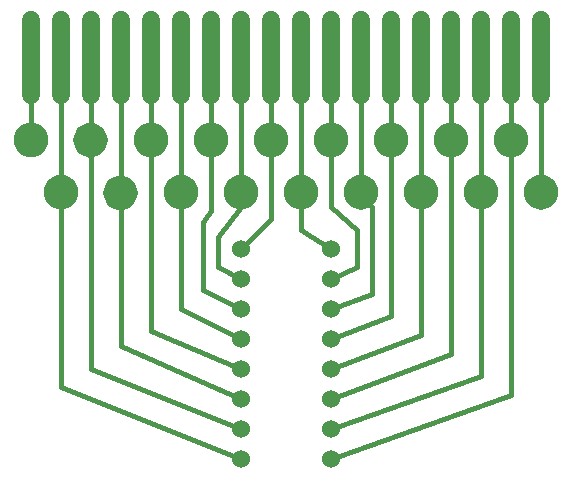
<source format=gbl>
%FSTAX24Y24*%
%MOIN*%
%IN card16drill..gbl *%
%ADD10C,0.0150*%
%ADD11C,0.0400*%
%ADD12C,0.0600*%
D12*X011535Y005662D03*X008535Y011662D03*Y010662D03*Y009662D03*
Y008662D03*Y007662D03*Y006662D03*Y005662D03*X011535Y006662D03*
Y007662D03*Y008662D03*Y009662D03*Y010662D03*Y011662D03*Y012662D03*
X008535D03*X018535Y014537D03*X016535D03*X014535D03*X012535D03*
X010535D03*X008535D03*X006535D03*X004535D03*X002535D03*
X003535Y016287D03*X005535D03*X007535D03*X009535D03*X011535D03*
X013535D03*X015535D03*X017535D03*X001535D03*D10*X011535Y005662D02*
G01X017535Y007787D01*Y017787D01*D12*Y020287D01*D10*X011535Y012662D02*
X010535Y013287D01*Y017787D01*D12*Y020287D01*D10*X011535Y006662D02*
X016535Y008412D01*Y017787D01*D12*Y020287D01*D10*X011535Y007662D02*
X015535Y009162D01*Y017787D01*D12*Y020287D01*D10*X008535Y009662D02*
X006535Y010662D01*Y017787D01*D12*Y020287D01*X001535D02*Y017787D01*D10*
Y016287D01*X008535Y005662D02*X002535Y008037D01*Y017787D01*D12*
Y020287D01*D10*X011535Y011662D02*X01241Y012037D01*Y013287D01*
X011535Y014037D01*Y017787D01*D12*Y020287D01*X012535D02*Y017787D01*D10*
Y014537D01*X01291Y014037D01*Y011162D01*X011535Y010662D01*
X008535Y012662D02*X009535Y013662D01*Y017787D01*D12*Y020287D01*
X018535D02*Y017787D01*D10*Y014537D01*X008535Y011662D02*
X007785Y012037D01*Y013037D01*X008535Y014037D01*Y017787D01*D12*
Y020287D01*D10*Y010662D02*X007285Y011287D01*Y013537D01*
X007535Y013912D01*Y017787D01*D12*Y020287D01*D10*X011535Y008662D02*
X014535Y009787D01*Y017787D01*D12*Y020287D01*D10*X011535Y009662D02*
X013535Y010412D01*Y017787D01*D12*Y020287D01*D10*X008535Y006662D02*
X003535Y008662D01*Y017787D01*D12*Y020287D01*D10*X008535Y007662D02*
X004535Y009412D01*Y017787D01*D12*Y020287D01*D10*X008535Y008662D02*
X005535Y009912D01*Y017787D01*D12*Y020287D01*D11*X01816Y014537D02*
X018173Y014634D01*X01821Y014725D01*X01827Y014803D01*X018348Y014862D01*
X018438Y0149D01*X018535Y014912D01*X018632Y0149D01*X018723Y014862D01*
X0188Y014803D01*X01886Y014725D01*X018897Y014634D01*X01891Y014537D01*
X018897Y01444D01*X01886Y01435D01*X0188Y014272D01*X018723Y014213D01*
X018632Y014175D01*X018535Y014162D01*X018438Y014175D01*
X018348Y014213D01*X01827Y014272D01*X01821Y01435D01*X018173Y01444D01*
X01816Y014537D01*X01716Y016287D02*X017173Y016384D01*X01721Y016475D01*
X01727Y016553D01*X017348Y016612D01*X017438Y01665D01*X017535Y016662D01*
X017632Y01665D01*X017723Y016612D01*X0178Y016553D01*X01786Y016475D01*
X017897Y016384D01*X01791Y016287D01*X017897Y01619D01*X01786Y0161D01*
X0178Y016022D01*X017723Y015963D01*X017632Y015925D01*X017535Y015912D01*
X017438Y015925D01*X017348Y015963D01*X01727Y016022D01*X01721Y0161D01*
X017173Y01619D01*X01716Y016287D01*X00216Y014537D02*X002173Y014634D01*
X00221Y014725D01*X00227Y014803D01*X002348Y014862D01*X002438Y0149D01*
X002535Y014912D01*X002632Y0149D01*X002723Y014862D01*X0028Y014803D01*
X00286Y014725D01*X002897Y014634D01*X00291Y014537D01*X002897Y01444D01*
X00286Y01435D01*X0028Y014272D01*X002723Y014213D01*X002632Y014175D01*
X002535Y014162D01*X002438Y014175D01*X002348Y014213D01*X00227Y014272D01*
X00221Y01435D01*X002173Y01444D01*X00216Y014537D01*X00116Y016287D02*
X001173Y016384D01*X00121Y016475D01*X00127Y016553D01*X001348Y016612D01*
X001438Y01665D01*X001535Y016662D01*X001632Y01665D01*X001723Y016612D01*
X0018Y016553D01*X00186Y016475D01*X001897Y016384D01*X00191Y016287D01*
X001897Y01619D01*X00186Y0161D01*X0018Y016022D01*X001723Y015963D01*
X001632Y015925D01*X001535Y015912D01*X001438Y015925D01*
X001348Y015963D01*X00127Y016022D01*X00121Y0161D01*X001173Y01619D01*
X00116Y016287D01*X004145Y014522D02*X004158Y014619D01*X004195Y01471D01*
X004255Y014787D01*X004332Y014847D01*X004423Y014884D01*X00452Y014897D01*
X004617Y014884D01*X004707Y014847D01*X004785Y014787D01*X004845Y01471D01*
X004882Y014619D01*X004895Y014522D01*X004882Y014425D01*
X004845Y014335D01*X004785Y014257D01*X004707Y014197D01*X004617Y01416D01*
X00452Y014147D01*X004423Y01416D01*X004332Y014197D01*X004255Y014257D01*
X004195Y014335D01*X004158Y014425D01*X004145Y014522D01*
X003145Y016272D02*X003158Y016369D01*X003195Y01646D01*X003255Y016537D01*
X003332Y016597D01*X003423Y016634D01*X00352Y016647D01*X003617Y016634D01*
X003707Y016597D01*X003785Y016537D01*X003845Y01646D01*X003882Y016369D01*
X003895Y016272D01*X003882Y016175D01*X003845Y016085D01*
X003785Y016007D01*X003707Y015947D01*X003617Y01591D01*X00352Y015897D01*
X003423Y01591D01*X003332Y015947D01*X003255Y016007D01*X003195Y016085D01*
X003158Y016175D01*X003145Y016272D01*X00616Y014537D02*X006173Y014634D01*
X00621Y014725D01*X00627Y014803D01*X006348Y014862D01*X006438Y0149D01*
X006535Y014912D01*X006632Y0149D01*X006723Y014862D01*X0068Y014803D01*
X00686Y014725D01*X006897Y014634D01*X00691Y014537D01*X006897Y01444D01*
X00686Y01435D01*X0068Y014272D01*X006723Y014213D01*X006632Y014175D01*
X006535Y014162D01*X006438Y014175D01*X006348Y014213D01*X00627Y014272D01*
X00621Y01435D01*X006173Y01444D01*X00616Y014537D01*X00516Y016287D02*
X005173Y016384D01*X00521Y016475D01*X00527Y016553D01*X005348Y016612D01*
X005438Y01665D01*X005535Y016662D01*X005632Y01665D01*X005723Y016612D01*
X0058Y016553D01*X00586Y016475D01*X005897Y016384D01*X00591Y016287D01*
X005897Y01619D01*X00586Y0161D01*X0058Y016022D01*X005723Y015963D01*
X005632Y015925D01*X005535Y015912D01*X005438Y015925D01*
X005348Y015963D01*X00527Y016022D01*X00521Y0161D01*X005173Y01619D01*
X00516Y016287D01*X00816Y014537D02*X008173Y014634D01*X00821Y014725D01*
X00827Y014803D01*X008348Y014862D01*X008438Y0149D01*X008535Y014912D01*
X008632Y0149D01*X008723Y014862D01*X0088Y014803D01*X00886Y014725D01*
X008897Y014634D01*X00891Y014537D01*X008897Y01444D01*X00886Y01435D01*
X0088Y014272D01*X008723Y014213D01*X008632Y014175D01*X008535Y014162D01*
X008438Y014175D01*X008348Y014213D01*X00827Y014272D01*X00821Y01435D01*
X008173Y01444D01*X00816Y014537D01*X00716Y016287D02*X007173Y016384D01*
X00721Y016475D01*X00727Y016553D01*X007348Y016612D01*X007438Y01665D01*
X007535Y016662D01*X007632Y01665D01*X007723Y016612D01*X0078Y016553D01*
X00786Y016475D01*X007897Y016384D01*X00791Y016287D01*X007897Y01619D01*
X00786Y0161D01*X0078Y016022D01*X007723Y015963D01*X007632Y015925D01*
X007535Y015912D01*X007438Y015925D01*X007348Y015963D01*X00727Y016022D01*
X00721Y0161D01*X007173Y01619D01*X00716Y016287D01*X01016Y014537D02*
X010173Y014634D01*X01021Y014725D01*X01027Y014803D01*X010348Y014862D01*
X010438Y0149D01*X010535Y014912D01*X010632Y0149D01*X010723Y014862D01*
X0108Y014803D01*X01086Y014725D01*X010897Y014634D01*X01091Y014537D01*
X010897Y01444D01*X01086Y01435D01*X0108Y014272D01*X010723Y014213D01*
X010632Y014175D01*X010535Y014162D01*X010438Y014175D01*
X010348Y014213D01*X01027Y014272D01*X01021Y01435D01*X010173Y01444D01*
X01016Y014537D01*X00916Y016287D02*X009173Y016384D01*X00921Y016475D01*
X00927Y016553D01*X009348Y016612D01*X009438Y01665D01*X009535Y016662D01*
X009632Y01665D01*X009723Y016612D01*X0098Y016553D01*X00986Y016475D01*
X009897Y016384D01*X00991Y016287D01*X009897Y01619D01*X00986Y0161D01*
X0098Y016022D01*X009723Y015963D01*X009632Y015925D01*X009535Y015912D01*
X009438Y015925D01*X009348Y015963D01*X00927Y016022D01*X00921Y0161D01*
X009173Y01619D01*X00916Y016287D01*X01216Y014537D02*X012173Y014634D01*
X01221Y014725D01*X01227Y014803D01*X012348Y014862D01*X012438Y0149D01*
X012535Y014912D01*X012632Y0149D01*X012723Y014862D01*X0128Y014803D01*
X01286Y014725D01*X012897Y014634D01*X01291Y014537D01*X012897Y01444D01*
X01286Y01435D01*X0128Y014272D01*X012723Y014213D01*X012632Y014175D01*
X012535Y014162D01*X012438Y014175D01*X012348Y014213D01*X01227Y014272D01*
X01221Y01435D01*X012173Y01444D01*X01216Y014537D01*X01116Y016287D02*
X011173Y016384D01*X01121Y016475D01*X01127Y016553D01*X011348Y016612D01*
X011438Y01665D01*X011535Y016662D01*X011632Y01665D01*X011723Y016612D01*
X0118Y016553D01*X01186Y016475D01*X011897Y016384D01*X01191Y016287D01*
X011897Y01619D01*X01186Y0161D01*X0118Y016022D01*X011723Y015963D01*
X011632Y015925D01*X011535Y015912D01*X011438Y015925D01*
X011348Y015963D01*X01127Y016022D01*X01121Y0161D01*X011173Y01619D01*
X01116Y016287D01*X01416Y014537D02*X014173Y014634D01*X01421Y014725D01*
X01427Y014803D01*X014348Y014862D01*X014438Y0149D01*X014535Y014912D01*
X014632Y0149D01*X014723Y014862D01*X0148Y014803D01*X01486Y014725D01*
X014897Y014634D01*X01491Y014537D01*X014897Y01444D01*X01486Y01435D01*
X0148Y014272D01*X014723Y014213D01*X014632Y014175D01*X014535Y014162D01*
X014438Y014175D01*X014348Y014213D01*X01427Y014272D01*X01421Y01435D01*
X014173Y01444D01*X01416Y014537D01*X01316Y016287D02*X013173Y016384D01*
X01321Y016475D01*X01327Y016553D01*X013348Y016612D01*X013438Y01665D01*
X013535Y016662D01*X013632Y01665D01*X013723Y016612D01*X0138Y016553D01*
X01386Y016475D01*X013897Y016384D01*X01391Y016287D01*X013897Y01619D01*
X01386Y0161D01*X0138Y016022D01*X013723Y015963D01*X013632Y015925D01*
X013535Y015912D01*X013438Y015925D01*X013348Y015963D01*X01327Y016022D01*
X01321Y0161D01*X013173Y01619D01*X01316Y016287D01*X01616Y014537D02*
X016173Y014634D01*X01621Y014725D01*X01627Y014803D01*X016348Y014862D01*
X016438Y0149D01*X016535Y014912D01*X016632Y0149D01*X016723Y014862D01*
X0168Y014803D01*X01686Y014725D01*X016897Y014634D01*X01691Y014537D01*
X016897Y01444D01*X01686Y01435D01*X0168Y014272D01*X016723Y014213D01*
X016632Y014175D01*X016535Y014162D01*X016438Y014175D01*
X016348Y014213D01*X01627Y014272D01*X01621Y01435D01*X016173Y01444D01*
X01616Y014537D01*X01516Y016287D02*X015173Y016384D01*X01521Y016475D01*
X01527Y016553D01*X015348Y016612D01*X015438Y01665D01*X015535Y016662D01*
X015632Y01665D01*X015723Y016612D01*X0158Y016553D01*X01586Y016475D01*
X015897Y016384D01*X01591Y016287D01*X015897Y01619D01*X01586Y0161D01*
X0158Y016022D01*X015723Y015963D01*X015632Y015925D01*X015535Y015912D01*
X015438Y015925D01*X015348Y015963D01*X01527Y016022D01*X01521Y0161D01*
X015173Y01619D01*X01516Y016287D01*
M02*
</source>
